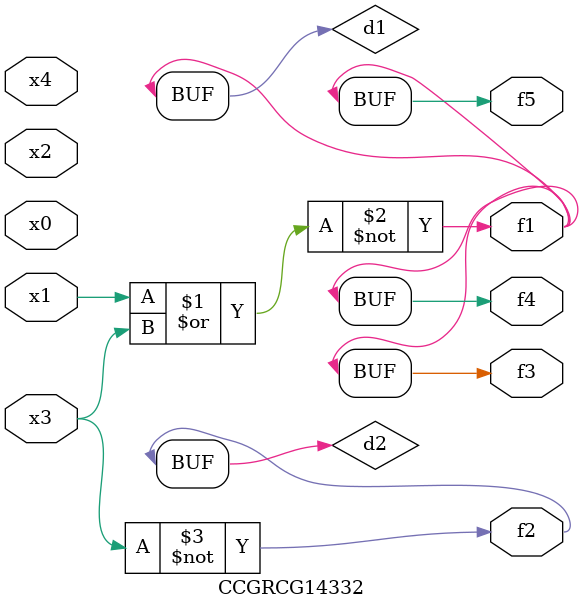
<source format=v>
module CCGRCG14332(
	input x0, x1, x2, x3, x4,
	output f1, f2, f3, f4, f5
);

	wire d1, d2;

	nor (d1, x1, x3);
	not (d2, x3);
	assign f1 = d1;
	assign f2 = d2;
	assign f3 = d1;
	assign f4 = d1;
	assign f5 = d1;
endmodule

</source>
